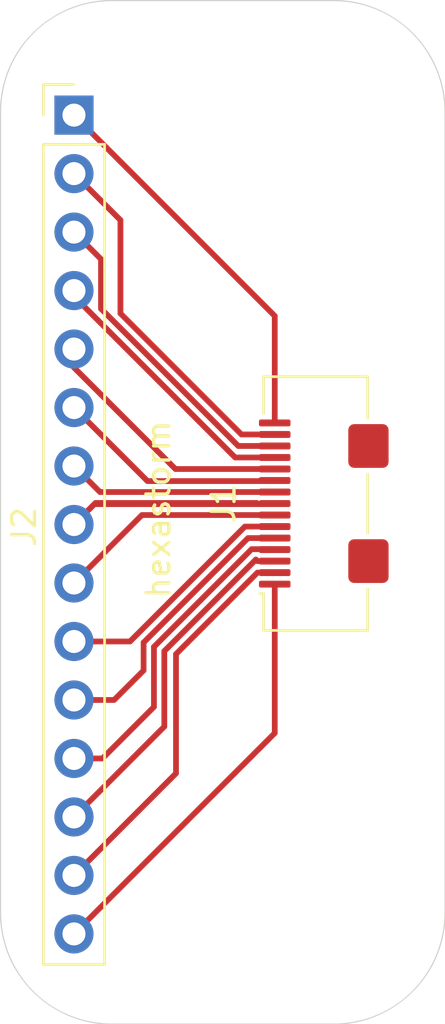
<source format=kicad_pcb>
(kicad_pcb (version 20171130) (host pcbnew "(5.1.10)-1")

  (general
    (thickness 1.6)
    (drawings 9)
    (tracks 55)
    (zones 0)
    (modules 2)
    (nets 16)
  )

  (page A4)
  (layers
    (0 F.Cu signal)
    (31 B.Cu signal)
    (32 B.Adhes user)
    (33 F.Adhes user)
    (34 B.Paste user)
    (35 F.Paste user)
    (36 B.SilkS user)
    (37 F.SilkS user)
    (38 B.Mask user)
    (39 F.Mask user)
    (40 Dwgs.User user)
    (41 Cmts.User user)
    (42 Eco1.User user)
    (43 Eco2.User user)
    (44 Edge.Cuts user)
    (45 Margin user)
    (46 B.CrtYd user)
    (47 F.CrtYd user)
    (48 B.Fab user)
    (49 F.Fab user)
  )

  (setup
    (last_trace_width 0.25)
    (trace_clearance 0.2)
    (zone_clearance 0.508)
    (zone_45_only no)
    (trace_min 0.2)
    (via_size 0.8)
    (via_drill 0.4)
    (via_min_size 0.4)
    (via_min_drill 0.3)
    (uvia_size 0.3)
    (uvia_drill 0.1)
    (uvias_allowed no)
    (uvia_min_size 0.2)
    (uvia_min_drill 0.1)
    (edge_width 0.05)
    (segment_width 0.2)
    (pcb_text_width 0.3)
    (pcb_text_size 1.5 1.5)
    (mod_edge_width 0.12)
    (mod_text_size 1 1)
    (mod_text_width 0.15)
    (pad_size 1.524 1.524)
    (pad_drill 0.762)
    (pad_to_mask_clearance 0)
    (aux_axis_origin 0 0)
    (visible_elements 7FFFFFFF)
    (pcbplotparams
      (layerselection 0x010fc_ffffffff)
      (usegerberextensions true)
      (usegerberattributes true)
      (usegerberadvancedattributes true)
      (creategerberjobfile true)
      (excludeedgelayer true)
      (linewidth 0.100000)
      (plotframeref false)
      (viasonmask false)
      (mode 1)
      (useauxorigin false)
      (hpglpennumber 1)
      (hpglpenspeed 20)
      (hpglpendiameter 15.000000)
      (psnegative false)
      (psa4output false)
      (plotreference true)
      (plotvalue true)
      (plotinvisibletext false)
      (padsonsilk false)
      (subtractmaskfromsilk false)
      (outputformat 1)
      (mirror false)
      (drillshape 0)
      (scaleselection 1)
      (outputdirectory "gerber"))
  )

  (net 0 "")
  (net 1 "Net-(J1-Pad15)")
  (net 2 "Net-(J1-Pad14)")
  (net 3 "Net-(J1-Pad13)")
  (net 4 "Net-(J1-Pad12)")
  (net 5 "Net-(J1-Pad11)")
  (net 6 "Net-(J1-Pad10)")
  (net 7 "Net-(J1-Pad9)")
  (net 8 "Net-(J1-Pad8)")
  (net 9 "Net-(J1-Pad7)")
  (net 10 "Net-(J1-Pad6)")
  (net 11 "Net-(J1-Pad5)")
  (net 12 "Net-(J1-Pad4)")
  (net 13 "Net-(J1-Pad3)")
  (net 14 "Net-(J1-Pad2)")
  (net 15 "Net-(J1-Pad1)")

  (net_class Default "This is the default net class."
    (clearance 0.2)
    (trace_width 0.25)
    (via_dia 0.8)
    (via_drill 0.4)
    (uvia_dia 0.3)
    (uvia_drill 0.1)
    (add_net "Net-(J1-Pad1)")
    (add_net "Net-(J1-Pad10)")
    (add_net "Net-(J1-Pad11)")
    (add_net "Net-(J1-Pad12)")
    (add_net "Net-(J1-Pad13)")
    (add_net "Net-(J1-Pad14)")
    (add_net "Net-(J1-Pad15)")
    (add_net "Net-(J1-Pad2)")
    (add_net "Net-(J1-Pad3)")
    (add_net "Net-(J1-Pad4)")
    (add_net "Net-(J1-Pad5)")
    (add_net "Net-(J1-Pad6)")
    (add_net "Net-(J1-Pad7)")
    (add_net "Net-(J1-Pad8)")
    (add_net "Net-(J1-Pad9)")
  )

  (module Connector_PinHeader_2.54mm:PinHeader_1x15_P2.54mm_Vertical (layer F.Cu) (tedit 59FED5CC) (tstamp 60F7031A)
    (at 140.602 87.525)
    (descr "Through hole straight pin header, 1x15, 2.54mm pitch, single row")
    (tags "Through hole pin header THT 1x15 2.54mm single row")
    (path /60F718EA)
    (fp_text reference J2 (at -2.172 17.885 90) (layer F.SilkS)
      (effects (font (size 1 1) (thickness 0.15)))
    )
    (fp_text value Conn_01x15 (at 6.972 35.411) (layer F.Fab)
      (effects (font (size 1 1) (thickness 0.15)))
    )
    (fp_line (start 1.8 -1.8) (end -1.8 -1.8) (layer F.CrtYd) (width 0.05))
    (fp_line (start 1.8 37.35) (end 1.8 -1.8) (layer F.CrtYd) (width 0.05))
    (fp_line (start -1.8 37.35) (end 1.8 37.35) (layer F.CrtYd) (width 0.05))
    (fp_line (start -1.8 -1.8) (end -1.8 37.35) (layer F.CrtYd) (width 0.05))
    (fp_line (start -1.33 -1.33) (end 0 -1.33) (layer F.SilkS) (width 0.12))
    (fp_line (start -1.33 0) (end -1.33 -1.33) (layer F.SilkS) (width 0.12))
    (fp_line (start -1.33 1.27) (end 1.33 1.27) (layer F.SilkS) (width 0.12))
    (fp_line (start 1.33 1.27) (end 1.33 36.89) (layer F.SilkS) (width 0.12))
    (fp_line (start -1.33 1.27) (end -1.33 36.89) (layer F.SilkS) (width 0.12))
    (fp_line (start -1.33 36.89) (end 1.33 36.89) (layer F.SilkS) (width 0.12))
    (fp_line (start -1.27 -0.635) (end -0.635 -1.27) (layer F.Fab) (width 0.1))
    (fp_line (start -1.27 36.83) (end -1.27 -0.635) (layer F.Fab) (width 0.1))
    (fp_line (start 1.27 36.83) (end -1.27 36.83) (layer F.Fab) (width 0.1))
    (fp_line (start 1.27 -1.27) (end 1.27 36.83) (layer F.Fab) (width 0.1))
    (fp_line (start -0.635 -1.27) (end 1.27 -1.27) (layer F.Fab) (width 0.1))
    (fp_text user %R (at 0 17.78 90) (layer F.Fab)
      (effects (font (size 1 1) (thickness 0.15)))
    )
    (pad 15 thru_hole oval (at 0 35.56) (size 1.7 1.7) (drill 1) (layers *.Cu *.Mask)
      (net 15 "Net-(J1-Pad1)"))
    (pad 14 thru_hole oval (at 0 33.02) (size 1.7 1.7) (drill 1) (layers *.Cu *.Mask)
      (net 14 "Net-(J1-Pad2)"))
    (pad 13 thru_hole oval (at 0 30.48) (size 1.7 1.7) (drill 1) (layers *.Cu *.Mask)
      (net 13 "Net-(J1-Pad3)"))
    (pad 12 thru_hole oval (at 0 27.94) (size 1.7 1.7) (drill 1) (layers *.Cu *.Mask)
      (net 12 "Net-(J1-Pad4)"))
    (pad 11 thru_hole oval (at 0 25.4) (size 1.7 1.7) (drill 1) (layers *.Cu *.Mask)
      (net 11 "Net-(J1-Pad5)"))
    (pad 10 thru_hole oval (at 0 22.86) (size 1.7 1.7) (drill 1) (layers *.Cu *.Mask)
      (net 10 "Net-(J1-Pad6)"))
    (pad 9 thru_hole oval (at 0 20.32) (size 1.7 1.7) (drill 1) (layers *.Cu *.Mask)
      (net 9 "Net-(J1-Pad7)"))
    (pad 8 thru_hole oval (at 0 17.78) (size 1.7 1.7) (drill 1) (layers *.Cu *.Mask)
      (net 8 "Net-(J1-Pad8)"))
    (pad 7 thru_hole oval (at 0 15.24) (size 1.7 1.7) (drill 1) (layers *.Cu *.Mask)
      (net 7 "Net-(J1-Pad9)"))
    (pad 6 thru_hole oval (at 0 12.7) (size 1.7 1.7) (drill 1) (layers *.Cu *.Mask)
      (net 6 "Net-(J1-Pad10)"))
    (pad 5 thru_hole oval (at 0 10.16) (size 1.7 1.7) (drill 1) (layers *.Cu *.Mask)
      (net 5 "Net-(J1-Pad11)"))
    (pad 4 thru_hole oval (at 0 7.62) (size 1.7 1.7) (drill 1) (layers *.Cu *.Mask)
      (net 4 "Net-(J1-Pad12)"))
    (pad 3 thru_hole oval (at 0 5.08) (size 1.7 1.7) (drill 1) (layers *.Cu *.Mask)
      (net 3 "Net-(J1-Pad13)"))
    (pad 2 thru_hole oval (at 0 2.54) (size 1.7 1.7) (drill 1) (layers *.Cu *.Mask)
      (net 2 "Net-(J1-Pad14)"))
    (pad 1 thru_hole rect (at 0 0) (size 1.7 1.7) (drill 1) (layers *.Cu *.Mask)
      (net 1 "Net-(J1-Pad15)"))
    (model ${KISYS3DMOD}/Connector_PinHeader_2.54mm.3dshapes/PinHeader_1x15_P2.54mm_Vertical.wrl
      (at (xyz 0 0 0))
      (scale (xyz 1 1 1))
      (rotate (xyz 0 0 0))
    )
  )

  (module Connector_FFC-FPC:Molex_502231-1500_1x15-1SH_P0.5mm_Vertical (layer F.Cu) (tedit 5D0C00EF) (tstamp 60F702F7)
    (at 150.368 104.394 90)
    (descr "Molex 0.50mm Pitch Easy-On Type FFC/FPC Connector, For LVDS, 6.05mm Height, Vertical, Surface Mount, ZIF, 15 Circuits (https://www.molex.com/pdm_docs/sd/5022311500_sd.pdf)")
    (tags "molex FFC/FPC connector Pitch 0.5mm vertical")
    (path /60F703E8)
    (attr smd)
    (fp_text reference J1 (at 0 -3.27 90) (layer F.SilkS)
      (effects (font (size 1 1) (thickness 0.15)))
    )
    (fp_text value Conn_01x15 (at 0 5.43 90) (layer F.Fab)
      (effects (font (size 1 1) (thickness 0.15)))
    )
    (fp_line (start 5.4 -2.75) (end 5.4 -1.42) (layer Cmts.User) (width 0.1))
    (fp_line (start -5.4 -2.75) (end -5.4 -1.42) (layer Cmts.User) (width 0.1))
    (fp_line (start -3.1 -2.75) (end -5.4 -2.75) (layer Cmts.User) (width 0.1))
    (fp_line (start -3.1 -3.15) (end -3.1 -2.75) (layer Cmts.User) (width 0.1))
    (fp_line (start 3.1 -2.75) (end 5.4 -2.75) (layer Cmts.User) (width 0.1))
    (fp_line (start 3.1 -3.15) (end 3.1 -2.75) (layer Cmts.User) (width 0.1))
    (fp_line (start -3.1 -3.15) (end 3.1 -3.15) (layer Cmts.User) (width 0.1))
    (fp_line (start -1.05 3.38) (end -1.05 4.4) (layer F.CrtYd) (width 0.05))
    (fp_line (start 1.05 3.38) (end -1.05 3.38) (layer F.CrtYd) (width 0.05))
    (fp_line (start -1.05 4.4) (end -3.95 4.4) (layer F.CrtYd) (width 0.05))
    (fp_line (start -3.95 3.38) (end -3.95 4.4) (layer F.CrtYd) (width 0.05))
    (fp_line (start -3.95 3.38) (end -5.9 3.38) (layer F.CrtYd) (width 0.05))
    (fp_line (start -5.9 3.38) (end -5.9 -1.92) (layer F.CrtYd) (width 0.05))
    (fp_line (start -5.9 -1.92) (end -4.15 -1.92) (layer F.CrtYd) (width 0.05))
    (fp_line (start -4.15 -1.92) (end -4.15 -2.23) (layer F.CrtYd) (width 0.05))
    (fp_line (start 4.15 -2.23) (end -4.15 -2.23) (layer F.CrtYd) (width 0.05))
    (fp_line (start 4.15 -1.92) (end 4.15 -2.23) (layer F.CrtYd) (width 0.05))
    (fp_line (start 5.9 -1.92) (end 4.15 -1.92) (layer F.CrtYd) (width 0.05))
    (fp_line (start 5.9 3.38) (end 5.9 -1.92) (layer F.CrtYd) (width 0.05))
    (fp_line (start 3.95 3.38) (end 5.9 3.38) (layer F.CrtYd) (width 0.05))
    (fp_line (start 3.95 3.38) (end 3.95 4.4) (layer F.CrtYd) (width 0.05))
    (fp_line (start 1.05 4.4) (end 3.95 4.4) (layer F.CrtYd) (width 0.05))
    (fp_line (start 1.05 3.38) (end 1.05 4.4) (layer F.CrtYd) (width 0.05))
    (fp_line (start -3.91 -1.53) (end -3.91 -1.7) (layer F.SilkS) (width 0.12))
    (fp_line (start -1.29 2.99) (end 1.29 2.99) (layer F.SilkS) (width 0.12))
    (fp_line (start -3.91 -1.53) (end -5.51 -1.53) (layer F.SilkS) (width 0.12))
    (fp_line (start -3.71 2.99) (end -5.51 2.99) (layer F.SilkS) (width 0.12))
    (fp_line (start -5.51 2.99) (end -5.51 -1.53) (layer F.SilkS) (width 0.12))
    (fp_line (start 3.91 -1.53) (end 5.51 -1.53) (layer F.SilkS) (width 0.12))
    (fp_line (start 5.51 2.99) (end 5.51 -1.53) (layer F.SilkS) (width 0.12))
    (fp_line (start 3.71 2.99) (end 5.51 2.99) (layer F.SilkS) (width 0.12))
    (fp_line (start -5.4 -1.42) (end 5.4 -1.42) (layer F.Fab) (width 0.1))
    (fp_line (start -5.4 2.88) (end 5.4 2.88) (layer F.Fab) (width 0.1))
    (fp_line (start 5.4 -1.42) (end 5.4 2.88) (layer F.Fab) (width 0.1))
    (fp_line (start -5.4 -1.42) (end -5.4 2.88) (layer F.Fab) (width 0.1))
    (fp_line (start -3.8 -1.42) (end -3.5 -1.02) (layer F.Fab) (width 0.1))
    (fp_line (start -3.5 -1.02) (end -3.2 -1.42) (layer F.Fab) (width 0.1))
    (fp_text user "Lock at height 2.4mm" (at 0 -2.27 90) (layer Cmts.User)
      (effects (font (size 0.5 0.5) (thickness 0.06)))
    )
    (fp_text user %R (at 0 0.73 90) (layer F.Fab)
      (effects (font (size 1 1) (thickness 0.15)))
    )
    (pad SH smd roundrect (at 2.5 3.025 90) (size 1.9 1.75) (layers F.Cu F.Paste F.Mask) (roundrect_rratio 0.1429994285714286))
    (pad SH smd roundrect (at -2.5 3.025 90) (size 1.9 1.75) (layers F.Cu F.Paste F.Mask) (roundrect_rratio 0.1429994285714286))
    (pad 15 smd roundrect (at 3.5 -1.045 90) (size 0.3 1.37) (layers F.Cu F.Paste F.Mask) (roundrect_rratio 0.25)
      (net 1 "Net-(J1-Pad15)"))
    (pad 14 smd roundrect (at 3 -1.045 90) (size 0.3 1.37) (layers F.Cu F.Paste F.Mask) (roundrect_rratio 0.25)
      (net 2 "Net-(J1-Pad14)"))
    (pad 13 smd roundrect (at 2.5 -1.045 90) (size 0.3 1.37) (layers F.Cu F.Paste F.Mask) (roundrect_rratio 0.25)
      (net 3 "Net-(J1-Pad13)"))
    (pad 12 smd roundrect (at 2 -1.045 90) (size 0.3 1.37) (layers F.Cu F.Paste F.Mask) (roundrect_rratio 0.25)
      (net 4 "Net-(J1-Pad12)"))
    (pad 11 smd roundrect (at 1.5 -1.045 90) (size 0.3 1.37) (layers F.Cu F.Paste F.Mask) (roundrect_rratio 0.25)
      (net 5 "Net-(J1-Pad11)"))
    (pad 10 smd roundrect (at 1 -1.045 90) (size 0.3 1.37) (layers F.Cu F.Paste F.Mask) (roundrect_rratio 0.25)
      (net 6 "Net-(J1-Pad10)"))
    (pad 9 smd roundrect (at 0.5 -1.045 90) (size 0.3 1.37) (layers F.Cu F.Paste F.Mask) (roundrect_rratio 0.25)
      (net 7 "Net-(J1-Pad9)"))
    (pad 8 smd roundrect (at 0 -1.045 90) (size 0.3 1.37) (layers F.Cu F.Paste F.Mask) (roundrect_rratio 0.25)
      (net 8 "Net-(J1-Pad8)"))
    (pad 7 smd roundrect (at -0.5 -1.045 90) (size 0.3 1.37) (layers F.Cu F.Paste F.Mask) (roundrect_rratio 0.25)
      (net 9 "Net-(J1-Pad7)"))
    (pad 6 smd roundrect (at -1 -1.045 90) (size 0.3 1.37) (layers F.Cu F.Paste F.Mask) (roundrect_rratio 0.25)
      (net 10 "Net-(J1-Pad6)"))
    (pad 5 smd roundrect (at -1.5 -1.045 90) (size 0.3 1.37) (layers F.Cu F.Paste F.Mask) (roundrect_rratio 0.25)
      (net 11 "Net-(J1-Pad5)"))
    (pad 4 smd roundrect (at -2 -1.045 90) (size 0.3 1.37) (layers F.Cu F.Paste F.Mask) (roundrect_rratio 0.25)
      (net 12 "Net-(J1-Pad4)"))
    (pad 3 smd roundrect (at -2.5 -1.045 90) (size 0.3 1.37) (layers F.Cu F.Paste F.Mask) (roundrect_rratio 0.25)
      (net 13 "Net-(J1-Pad3)"))
    (pad 2 smd roundrect (at -3 -1.045 90) (size 0.3 1.37) (layers F.Cu F.Paste F.Mask) (roundrect_rratio 0.25)
      (net 14 "Net-(J1-Pad2)"))
    (pad 1 smd roundrect (at -3.5 -1.045 90) (size 0.3 1.37) (layers F.Cu F.Paste F.Mask) (roundrect_rratio 0.25)
      (net 15 "Net-(J1-Pad1)"))
    (model ${KISYS3DMOD}/Connector_FFC-FPC.3dshapes/Molex_502231-1500_1x15-1SH_P0.5mm_Vertical.wrl
      (at (xyz 0 0 0))
      (scale (xyz 1 1 1))
      (rotate (xyz 0 0 0))
    )
    (model "${KIPRJMOD}/3d shapes/5022311500.stp"
      (offset (xyz 0 -0.8 3.3))
      (scale (xyz 1 1 1))
      (rotate (xyz -90 0 0))
    )
  )

  (gr_text hexastorm (at 144.272 104.648 90) (layer F.SilkS)
    (effects (font (size 1 1) (thickness 0.15)))
  )
  (gr_line (start 142.24 82.55) (end 151.892 82.55) (layer Edge.Cuts) (width 0.05) (tstamp 60F7071D))
  (gr_line (start 137.414 122.174) (end 137.414 87.376) (layer Edge.Cuts) (width 0.05))
  (gr_arc (start 151.892 87.376) (end 156.718 87.376) (angle -90) (layer Edge.Cuts) (width 0.05) (tstamp 60F7070E))
  (gr_arc (start 142.24 87.376) (end 142.24 82.55) (angle -90) (layer Edge.Cuts) (width 0.05) (tstamp 60F70709))
  (gr_line (start 151.892 127) (end 142.24 127) (layer Edge.Cuts) (width 0.05) (tstamp 60F70706))
  (gr_arc (start 142.24 122.174) (end 137.414 122.174) (angle -90) (layer Edge.Cuts) (width 0.05) (tstamp 60F706FC))
  (gr_arc (start 151.892 122.174) (end 151.892 127) (angle -90) (layer Edge.Cuts) (width 0.05))
  (gr_line (start 156.718 87.376) (end 156.718 122.174) (layer Edge.Cuts) (width 0.05))

  (segment (start 149.323 96.246) (end 149.323 100.894) (width 0.25) (layer F.Cu) (net 1))
  (segment (start 140.602 87.525) (end 149.323 96.246) (width 0.25) (layer F.Cu) (net 1))
  (segment (start 142.621 96.139) (end 147.876 101.394) (width 0.25) (layer F.Cu) (net 2))
  (segment (start 142.621 92.084) (end 142.621 96.139) (width 0.25) (layer F.Cu) (net 2))
  (segment (start 147.876 101.394) (end 149.323 101.394) (width 0.25) (layer F.Cu) (net 2))
  (segment (start 140.602 90.065) (end 142.621 92.084) (width 0.25) (layer F.Cu) (net 2))
  (segment (start 141.777001 93.780001) (end 140.602 92.605) (width 0.25) (layer F.Cu) (net 3))
  (segment (start 141.777001 95.931411) (end 141.777001 93.780001) (width 0.25) (layer F.Cu) (net 3))
  (segment (start 147.73959 101.894) (end 141.777001 95.931411) (width 0.25) (layer F.Cu) (net 3))
  (segment (start 149.323 101.894) (end 147.73959 101.894) (width 0.25) (layer F.Cu) (net 3))
  (segment (start 140.602 95.39282) (end 140.602 95.145) (width 0.25) (layer F.Cu) (net 4))
  (segment (start 147.60318 102.394) (end 140.602 95.39282) (width 0.25) (layer F.Cu) (net 4))
  (segment (start 149.323 102.394) (end 147.60318 102.394) (width 0.25) (layer F.Cu) (net 4))
  (segment (start 140.602 98.485998) (end 140.602 97.685) (width 0.25) (layer F.Cu) (net 5))
  (segment (start 145.010002 102.894) (end 140.602 98.485998) (width 0.25) (layer F.Cu) (net 5))
  (segment (start 149.323 102.894) (end 145.010002 102.894) (width 0.25) (layer F.Cu) (net 5))
  (segment (start 140.602 100.225) (end 143.79599 103.41899) (width 0.25) (layer F.Cu) (net 6))
  (segment (start 149.29801 103.41899) (end 149.323 103.394) (width 0.25) (layer F.Cu) (net 6))
  (segment (start 143.79599 103.41899) (end 149.29801 103.41899) (width 0.25) (layer F.Cu) (net 6))
  (segment (start 141.731 103.894) (end 149.323 103.894) (width 0.25) (layer F.Cu) (net 7))
  (segment (start 140.602 102.765) (end 141.731 103.894) (width 0.25) (layer F.Cu) (net 7))
  (segment (start 140.602 105.305) (end 141.53799 104.36901) (width 0.25) (layer F.Cu) (net 8))
  (segment (start 141.53799 104.36901) (end 148.547308 104.36901) (width 0.25) (layer F.Cu) (net 8))
  (segment (start 149.29801 104.41899) (end 149.323 104.394) (width 0.25) (layer F.Cu) (net 8))
  (segment (start 141.48801 104.41899) (end 149.29801 104.41899) (width 0.25) (layer F.Cu) (net 8))
  (segment (start 140.602 105.305) (end 141.48801 104.41899) (width 0.25) (layer F.Cu) (net 8))
  (segment (start 143.553 104.894) (end 140.602 107.845) (width 0.25) (layer F.Cu) (net 9))
  (segment (start 149.323 104.894) (end 143.553 104.894) (width 0.25) (layer F.Cu) (net 9))
  (segment (start 140.602 110.385) (end 143.035658 110.385) (width 0.25) (layer F.Cu) (net 10))
  (segment (start 148.026658 105.394) (end 149.323 105.394) (width 0.25) (layer F.Cu) (net 10))
  (segment (start 143.035658 110.385) (end 148.026658 105.394) (width 0.25) (layer F.Cu) (net 10))
  (segment (start 140.602 112.925) (end 142.345 112.925) (width 0.25) (layer F.Cu) (net 11))
  (segment (start 143.625982 110.431086) (end 148.163068 105.894) (width 0.25) (layer F.Cu) (net 11))
  (segment (start 148.163068 105.894) (end 149.323 105.894) (width 0.25) (layer F.Cu) (net 11))
  (segment (start 143.625981 111.644019) (end 143.625982 110.431086) (width 0.25) (layer F.Cu) (net 11))
  (segment (start 142.345 112.925) (end 143.625981 111.644019) (width 0.25) (layer F.Cu) (net 11))
  (segment (start 140.602 115.465) (end 141.837 115.465) (width 0.25) (layer F.Cu) (net 12))
  (segment (start 149.304786 106.375786) (end 149.323 106.394) (width 0.25) (layer F.Cu) (net 12))
  (segment (start 148.317692 106.375786) (end 149.304786 106.375786) (width 0.25) (layer F.Cu) (net 12))
  (segment (start 144.07599 113.22601) (end 144.075991 110.617487) (width 0.25) (layer F.Cu) (net 12))
  (segment (start 144.075991 110.617487) (end 148.317692 106.375786) (width 0.25) (layer F.Cu) (net 12))
  (segment (start 141.837 115.465) (end 144.07599 113.22601) (width 0.25) (layer F.Cu) (net 12))
  (segment (start 148.504093 106.825795) (end 148.547308 106.86901) (width 0.25) (layer F.Cu) (net 13))
  (segment (start 144.526 110.803888) (end 148.504093 106.825795) (width 0.25) (layer F.Cu) (net 13))
  (segment (start 144.526 114.081) (end 144.526 110.803888) (width 0.25) (layer F.Cu) (net 13))
  (segment (start 140.602 118.005) (end 144.526 114.081) (width 0.25) (layer F.Cu) (net 13))
  (segment (start 149.058 106.894) (end 149.08299 106.91899) (width 0.25) (layer F.Cu) (net 13))
  (segment (start 148.572298 106.894) (end 149.058 106.894) (width 0.25) (layer F.Cu) (net 13))
  (segment (start 148.504093 106.825795) (end 148.572298 106.894) (width 0.25) (layer F.Cu) (net 13))
  (segment (start 140.602 120.545) (end 145.034 116.113) (width 0.25) (layer F.Cu) (net 14))
  (segment (start 148.572298 107.394) (end 149.323 107.394) (width 0.25) (layer F.Cu) (net 14))
  (segment (start 145.034 110.932298) (end 148.572298 107.394) (width 0.25) (layer F.Cu) (net 14))
  (segment (start 145.034 116.113) (end 145.034 110.932298) (width 0.25) (layer F.Cu) (net 14))
  (segment (start 149.323 114.364) (end 149.323 107.894) (width 0.25) (layer F.Cu) (net 15))
  (segment (start 140.602 123.085) (end 149.323 114.364) (width 0.25) (layer F.Cu) (net 15))

)

</source>
